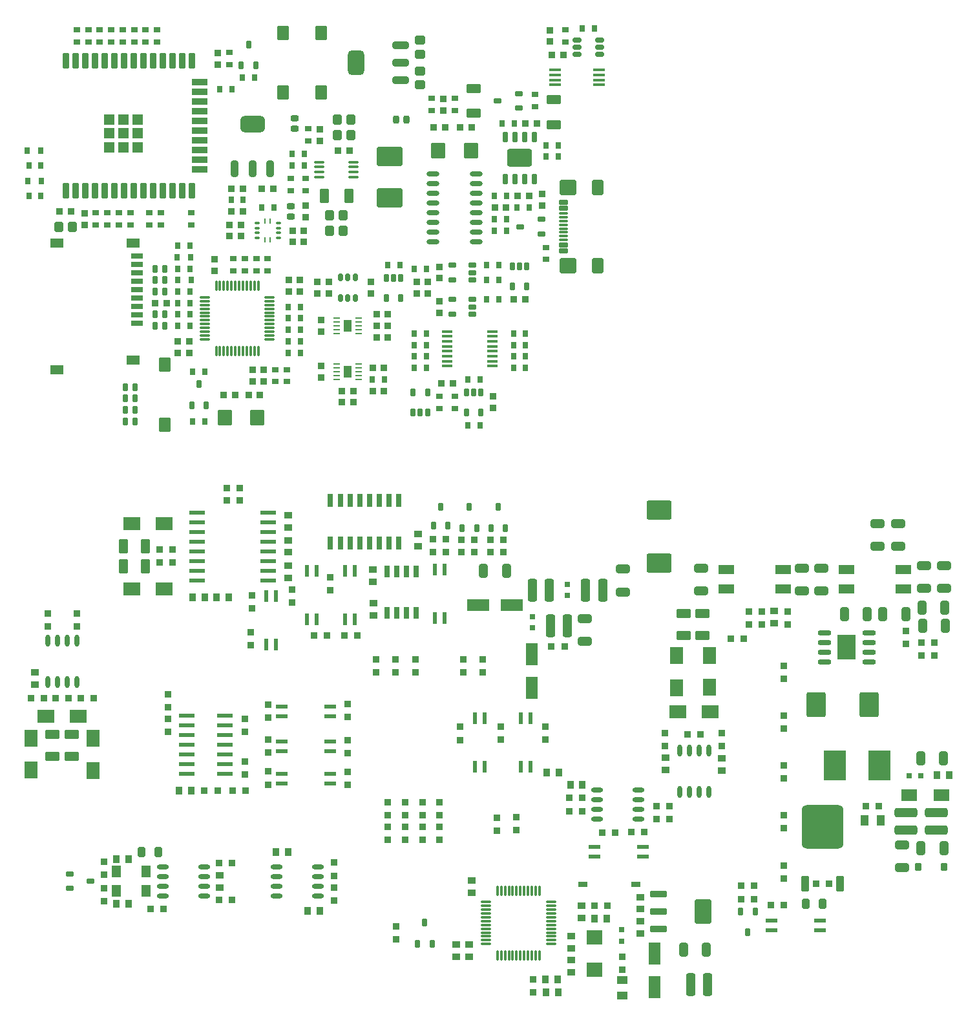
<source format=gtp>
G04*
G04 #@! TF.GenerationSoftware,Altium Limited,Altium Designer,24.0.1 (36)*
G04*
G04 Layer_Color=8421504*
%FSTAX24Y24*%
%MOIN*%
G70*
G04*
G04 #@! TF.SameCoordinates,F3E9A89A-E33D-43AE-B610-609CB64B5824*
G04*
G04*
G04 #@! TF.FilePolarity,Positive*
G04*
G01*
G75*
%ADD10R,0.0591X0.0236*%
%ADD11R,0.0787X0.0472*%
%ADD12R,0.0300X0.0300*%
G04:AMPARAMS|DCode=13|XSize=49.2mil|YSize=118.1mil|CornerRadius=12.3mil|HoleSize=0mil|Usage=FLASHONLY|Rotation=0.000|XOffset=0mil|YOffset=0mil|HoleType=Round|Shape=RoundedRectangle|*
%AMROUNDEDRECTD13*
21,1,0.0492,0.0935,0,0,0.0*
21,1,0.0246,0.1181,0,0,0.0*
1,1,0.0246,0.0123,-0.0468*
1,1,0.0246,-0.0123,-0.0468*
1,1,0.0246,-0.0123,0.0468*
1,1,0.0246,0.0123,0.0468*
%
%ADD13ROUNDEDRECTD13*%
G04:AMPARAMS|DCode=14|XSize=45.3mil|YSize=70.9mil|CornerRadius=11.3mil|HoleSize=0mil|Usage=FLASHONLY|Rotation=90.000|XOffset=0mil|YOffset=0mil|HoleType=Round|Shape=RoundedRectangle|*
%AMROUNDEDRECTD14*
21,1,0.0453,0.0482,0,0,90.0*
21,1,0.0226,0.0709,0,0,90.0*
1,1,0.0226,0.0241,0.0113*
1,1,0.0226,0.0241,-0.0113*
1,1,0.0226,-0.0241,-0.0113*
1,1,0.0226,-0.0241,0.0113*
%
%ADD14ROUNDEDRECTD14*%
%ADD15R,0.1181X0.0630*%
G04:AMPARAMS|DCode=16|XSize=39.4mil|YSize=35.4mil|CornerRadius=3.5mil|HoleSize=0mil|Usage=FLASHONLY|Rotation=90.000|XOffset=0mil|YOffset=0mil|HoleType=Round|Shape=RoundedRectangle|*
%AMROUNDEDRECTD16*
21,1,0.0394,0.0283,0,0,90.0*
21,1,0.0323,0.0354,0,0,90.0*
1,1,0.0071,0.0142,0.0161*
1,1,0.0071,0.0142,-0.0161*
1,1,0.0071,-0.0142,-0.0161*
1,1,0.0071,-0.0142,0.0161*
%
%ADD16ROUNDEDRECTD16*%
%ADD17R,0.0315X0.0689*%
%ADD18R,0.0276X0.0689*%
G04:AMPARAMS|DCode=19|XSize=35.4mil|YSize=35.4mil|CornerRadius=3.5mil|HoleSize=0mil|Usage=FLASHONLY|Rotation=0.000|XOffset=0mil|YOffset=0mil|HoleType=Round|Shape=RoundedRectangle|*
%AMROUNDEDRECTD19*
21,1,0.0354,0.0283,0,0,0.0*
21,1,0.0283,0.0354,0,0,0.0*
1,1,0.0071,0.0142,-0.0142*
1,1,0.0071,-0.0142,-0.0142*
1,1,0.0071,-0.0142,0.0142*
1,1,0.0071,0.0142,0.0142*
%
%ADD19ROUNDEDRECTD19*%
G04:AMPARAMS|DCode=20|XSize=35.4mil|YSize=35.4mil|CornerRadius=3.5mil|HoleSize=0mil|Usage=FLASHONLY|Rotation=90.000|XOffset=0mil|YOffset=0mil|HoleType=Round|Shape=RoundedRectangle|*
%AMROUNDEDRECTD20*
21,1,0.0354,0.0283,0,0,90.0*
21,1,0.0283,0.0354,0,0,90.0*
1,1,0.0071,0.0142,0.0142*
1,1,0.0071,0.0142,-0.0142*
1,1,0.0071,-0.0142,-0.0142*
1,1,0.0071,-0.0142,0.0142*
%
%ADD20ROUNDEDRECTD20*%
%ADD21O,0.0630X0.0236*%
G04:AMPARAMS|DCode=22|XSize=39.4mil|YSize=35.4mil|CornerRadius=3.5mil|HoleSize=0mil|Usage=FLASHONLY|Rotation=0.000|XOffset=0mil|YOffset=0mil|HoleType=Round|Shape=RoundedRectangle|*
%AMROUNDEDRECTD22*
21,1,0.0394,0.0283,0,0,0.0*
21,1,0.0323,0.0354,0,0,0.0*
1,1,0.0071,0.0161,-0.0142*
1,1,0.0071,-0.0161,-0.0142*
1,1,0.0071,-0.0161,0.0142*
1,1,0.0071,0.0161,0.0142*
%
%ADD22ROUNDEDRECTD22*%
G04:AMPARAMS|DCode=23|XSize=40mil|YSize=52mil|CornerRadius=10mil|HoleSize=0mil|Usage=FLASHONLY|Rotation=180.000|XOffset=0mil|YOffset=0mil|HoleType=Round|Shape=RoundedRectangle|*
%AMROUNDEDRECTD23*
21,1,0.0400,0.0320,0,0,180.0*
21,1,0.0200,0.0520,0,0,180.0*
1,1,0.0200,-0.0100,0.0160*
1,1,0.0200,0.0100,0.0160*
1,1,0.0200,0.0100,-0.0160*
1,1,0.0200,-0.0100,-0.0160*
%
%ADD23ROUNDEDRECTD23*%
%ADD24R,0.0472X0.0591*%
G04:AMPARAMS|DCode=25|XSize=23.6mil|YSize=39.4mil|CornerRadius=2.4mil|HoleSize=0mil|Usage=FLASHONLY|Rotation=90.000|XOffset=0mil|YOffset=0mil|HoleType=Round|Shape=RoundedRectangle|*
%AMROUNDEDRECTD25*
21,1,0.0236,0.0346,0,0,90.0*
21,1,0.0189,0.0394,0,0,90.0*
1,1,0.0047,0.0173,0.0094*
1,1,0.0047,0.0173,-0.0094*
1,1,0.0047,-0.0173,-0.0094*
1,1,0.0047,-0.0173,0.0094*
%
%ADD25ROUNDEDRECTD25*%
G04:AMPARAMS|DCode=26|XSize=35.4mil|YSize=84.6mil|CornerRadius=3.5mil|HoleSize=0mil|Usage=FLASHONLY|Rotation=90.000|XOffset=0mil|YOffset=0mil|HoleType=Round|Shape=RoundedRectangle|*
%AMROUNDEDRECTD26*
21,1,0.0354,0.0776,0,0,90.0*
21,1,0.0283,0.0846,0,0,90.0*
1,1,0.0071,0.0388,0.0142*
1,1,0.0071,0.0388,-0.0142*
1,1,0.0071,-0.0388,-0.0142*
1,1,0.0071,-0.0388,0.0142*
%
%ADD26ROUNDEDRECTD26*%
G04:AMPARAMS|DCode=27|XSize=126mil|YSize=84.6mil|CornerRadius=8.5mil|HoleSize=0mil|Usage=FLASHONLY|Rotation=90.000|XOffset=0mil|YOffset=0mil|HoleType=Round|Shape=RoundedRectangle|*
%AMROUNDEDRECTD27*
21,1,0.1260,0.0677,0,0,90.0*
21,1,0.1091,0.0846,0,0,90.0*
1,1,0.0169,0.0339,0.0545*
1,1,0.0169,0.0339,-0.0545*
1,1,0.0169,-0.0339,-0.0545*
1,1,0.0169,-0.0339,0.0545*
%
%ADD27ROUNDEDRECTD27*%
%ADD28R,0.0472X0.0315*%
G04:AMPARAMS|DCode=29|XSize=23.6mil|YSize=39.4mil|CornerRadius=2.4mil|HoleSize=0mil|Usage=FLASHONLY|Rotation=180.000|XOffset=0mil|YOffset=0mil|HoleType=Round|Shape=RoundedRectangle|*
%AMROUNDEDRECTD29*
21,1,0.0236,0.0346,0,0,180.0*
21,1,0.0189,0.0394,0,0,180.0*
1,1,0.0047,-0.0094,0.0173*
1,1,0.0047,0.0094,0.0173*
1,1,0.0047,0.0094,-0.0173*
1,1,0.0047,-0.0094,-0.0173*
%
%ADD29ROUNDEDRECTD29*%
G04:AMPARAMS|DCode=30|XSize=27.6mil|YSize=37.4mil|CornerRadius=2.8mil|HoleSize=0mil|Usage=FLASHONLY|Rotation=180.000|XOffset=0mil|YOffset=0mil|HoleType=Round|Shape=RoundedRectangle|*
%AMROUNDEDRECTD30*
21,1,0.0276,0.0319,0,0,180.0*
21,1,0.0220,0.0374,0,0,180.0*
1,1,0.0055,-0.0110,0.0159*
1,1,0.0055,0.0110,0.0159*
1,1,0.0055,0.0110,-0.0159*
1,1,0.0055,-0.0110,-0.0159*
%
%ADD30ROUNDEDRECTD30*%
%ADD31R,0.0236X0.0591*%
%ADD32R,0.0256X0.0600*%
G04:AMPARAMS|DCode=33|XSize=45.3mil|YSize=70.9mil|CornerRadius=4.5mil|HoleSize=0mil|Usage=FLASHONLY|Rotation=90.000|XOffset=0mil|YOffset=0mil|HoleType=Round|Shape=RoundedRectangle|*
%AMROUNDEDRECTD33*
21,1,0.0453,0.0618,0,0,90.0*
21,1,0.0362,0.0709,0,0,90.0*
1,1,0.0091,0.0309,0.0181*
1,1,0.0091,0.0309,-0.0181*
1,1,0.0091,-0.0309,-0.0181*
1,1,0.0091,-0.0309,0.0181*
%
%ADD33ROUNDEDRECTD33*%
%ADD34R,0.0709X0.0866*%
%ADD35R,0.0866X0.0709*%
%ADD36O,0.0236X0.0630*%
%ADD37O,0.0700X0.0260*%
%ADD38R,0.0945X0.1260*%
G04:AMPARAMS|DCode=39|XSize=45.3mil|YSize=70.9mil|CornerRadius=11.3mil|HoleSize=0mil|Usage=FLASHONLY|Rotation=180.000|XOffset=0mil|YOffset=0mil|HoleType=Round|Shape=RoundedRectangle|*
%AMROUNDEDRECTD39*
21,1,0.0453,0.0482,0,0,180.0*
21,1,0.0226,0.0709,0,0,180.0*
1,1,0.0226,-0.0113,0.0241*
1,1,0.0226,0.0113,0.0241*
1,1,0.0226,0.0113,-0.0241*
1,1,0.0226,-0.0113,-0.0241*
%
%ADD39ROUNDEDRECTD39*%
%ADD40R,0.0300X0.0300*%
%ADD41R,0.0835X0.0591*%
G04:AMPARAMS|DCode=42|XSize=49.2mil|YSize=118.1mil|CornerRadius=12.3mil|HoleSize=0mil|Usage=FLASHONLY|Rotation=270.000|XOffset=0mil|YOffset=0mil|HoleType=Round|Shape=RoundedRectangle|*
%AMROUNDEDRECTD42*
21,1,0.0492,0.0935,0,0,270.0*
21,1,0.0246,0.1181,0,0,270.0*
1,1,0.0246,-0.0468,-0.0123*
1,1,0.0246,-0.0468,0.0123*
1,1,0.0246,0.0468,0.0123*
1,1,0.0246,0.0468,-0.0123*
%
%ADD42ROUNDEDRECTD42*%
G04:AMPARAMS|DCode=43|XSize=35.4mil|YSize=39.4mil|CornerRadius=4.4mil|HoleSize=0mil|Usage=FLASHONLY|Rotation=180.000|XOffset=0mil|YOffset=0mil|HoleType=Round|Shape=RoundedRectangle|*
%AMROUNDEDRECTD43*
21,1,0.0354,0.0305,0,0,180.0*
21,1,0.0266,0.0394,0,0,180.0*
1,1,0.0089,-0.0133,0.0153*
1,1,0.0089,0.0133,0.0153*
1,1,0.0089,0.0133,-0.0153*
1,1,0.0089,-0.0133,-0.0153*
%
%ADD43ROUNDEDRECTD43*%
%ADD44R,0.0394X0.0550*%
G04:AMPARAMS|DCode=45|XSize=39.4mil|YSize=78.7mil|CornerRadius=4.9mil|HoleSize=0mil|Usage=FLASHONLY|Rotation=0.000|XOffset=0mil|YOffset=0mil|HoleType=Round|Shape=RoundedRectangle|*
%AMROUNDEDRECTD45*
21,1,0.0394,0.0689,0,0,0.0*
21,1,0.0295,0.0787,0,0,0.0*
1,1,0.0098,0.0148,-0.0344*
1,1,0.0098,-0.0148,-0.0344*
1,1,0.0098,-0.0148,0.0344*
1,1,0.0098,0.0148,0.0344*
%
%ADD45ROUNDEDRECTD45*%
G04:AMPARAMS|DCode=46|XSize=216.5mil|YSize=224.4mil|CornerRadius=27.1mil|HoleSize=0mil|Usage=FLASHONLY|Rotation=0.000|XOffset=0mil|YOffset=0mil|HoleType=Round|Shape=RoundedRectangle|*
%AMROUNDEDRECTD46*
21,1,0.2165,0.1703,0,0,0.0*
21,1,0.1624,0.2244,0,0,0.0*
1,1,0.0541,0.0812,-0.0851*
1,1,0.0541,-0.0812,-0.0851*
1,1,0.0541,-0.0812,0.0851*
1,1,0.0541,0.0812,0.0851*
%
%ADD46ROUNDEDRECTD46*%
%ADD47R,0.0630X0.1181*%
%ADD48R,0.0550X0.0394*%
%ADD49R,0.0830X0.0740*%
%ADD50O,0.0118X0.0551*%
%ADD51O,0.0551X0.0118*%
G04:AMPARAMS|DCode=52|XSize=77.6mil|YSize=23.2mil|CornerRadius=2.9mil|HoleSize=0mil|Usage=FLASHONLY|Rotation=180.000|XOffset=0mil|YOffset=0mil|HoleType=Round|Shape=RoundedRectangle|*
%AMROUNDEDRECTD52*
21,1,0.0776,0.0174,0,0,180.0*
21,1,0.0718,0.0232,0,0,180.0*
1,1,0.0058,-0.0359,0.0087*
1,1,0.0058,0.0359,0.0087*
1,1,0.0058,0.0359,-0.0087*
1,1,0.0058,-0.0359,-0.0087*
%
%ADD52ROUNDEDRECTD52*%
G04:AMPARAMS|DCode=53|XSize=45.3mil|YSize=70.9mil|CornerRadius=4.5mil|HoleSize=0mil|Usage=FLASHONLY|Rotation=180.000|XOffset=0mil|YOffset=0mil|HoleType=Round|Shape=RoundedRectangle|*
%AMROUNDEDRECTD53*
21,1,0.0453,0.0618,0,0,180.0*
21,1,0.0362,0.0709,0,0,180.0*
1,1,0.0091,-0.0181,0.0309*
1,1,0.0091,0.0181,0.0309*
1,1,0.0091,0.0181,-0.0309*
1,1,0.0091,-0.0181,-0.0309*
%
%ADD53ROUNDEDRECTD53*%
G04:AMPARAMS|DCode=54|XSize=98.4mil|YSize=129.9mil|CornerRadius=9.8mil|HoleSize=0mil|Usage=FLASHONLY|Rotation=180.000|XOffset=0mil|YOffset=0mil|HoleType=Round|Shape=RoundedRectangle|*
%AMROUNDEDRECTD54*
21,1,0.0984,0.1102,0,0,180.0*
21,1,0.0787,0.1299,0,0,180.0*
1,1,0.0197,-0.0394,0.0551*
1,1,0.0197,0.0394,0.0551*
1,1,0.0197,0.0394,-0.0551*
1,1,0.0197,-0.0394,-0.0551*
%
%ADD54ROUNDEDRECTD54*%
%ADD55R,0.1181X0.1575*%
G04:AMPARAMS|DCode=56|XSize=80.7mil|YSize=23.2mil|CornerRadius=2.9mil|HoleSize=0mil|Usage=FLASHONLY|Rotation=180.000|XOffset=0mil|YOffset=0mil|HoleType=Round|Shape=RoundedRectangle|*
%AMROUNDEDRECTD56*
21,1,0.0807,0.0174,0,0,180.0*
21,1,0.0749,0.0232,0,0,180.0*
1,1,0.0058,-0.0375,0.0087*
1,1,0.0058,0.0375,0.0087*
1,1,0.0058,0.0375,-0.0087*
1,1,0.0058,-0.0375,-0.0087*
%
%ADD56ROUNDEDRECTD56*%
G04:AMPARAMS|DCode=57|XSize=98.4mil|YSize=129.9mil|CornerRadius=9.8mil|HoleSize=0mil|Usage=FLASHONLY|Rotation=270.000|XOffset=0mil|YOffset=0mil|HoleType=Round|Shape=RoundedRectangle|*
%AMROUNDEDRECTD57*
21,1,0.0984,0.1102,0,0,270.0*
21,1,0.0787,0.1299,0,0,270.0*
1,1,0.0197,-0.0551,-0.0394*
1,1,0.0197,-0.0551,0.0394*
1,1,0.0197,0.0551,0.0394*
1,1,0.0197,0.0551,-0.0394*
%
%ADD57ROUNDEDRECTD57*%
%ADD65R,0.0339X0.0106*%
G04:AMPARAMS|DCode=66|XSize=26mil|YSize=37mil|CornerRadius=2.6mil|HoleSize=0mil|Usage=FLASHONLY|Rotation=0.000|XOffset=0mil|YOffset=0mil|HoleType=Round|Shape=RoundedRectangle|*
%AMROUNDEDRECTD66*
21,1,0.0260,0.0318,0,0,0.0*
21,1,0.0208,0.0370,0,0,0.0*
1,1,0.0052,0.0104,-0.0159*
1,1,0.0052,-0.0104,-0.0159*
1,1,0.0052,-0.0104,0.0159*
1,1,0.0052,0.0104,0.0159*
%
%ADD66ROUNDEDRECTD66*%
G04:AMPARAMS|DCode=67|XSize=23.6mil|YSize=35.4mil|CornerRadius=2.4mil|HoleSize=0mil|Usage=FLASHONLY|Rotation=0.000|XOffset=0mil|YOffset=0mil|HoleType=Round|Shape=RoundedRectangle|*
%AMROUNDEDRECTD67*
21,1,0.0236,0.0307,0,0,0.0*
21,1,0.0189,0.0354,0,0,0.0*
1,1,0.0047,0.0094,-0.0154*
1,1,0.0047,-0.0094,-0.0154*
1,1,0.0047,-0.0094,0.0154*
1,1,0.0047,0.0094,0.0154*
%
%ADD67ROUNDEDRECTD67*%
G04:AMPARAMS|DCode=68|XSize=27.6mil|YSize=35.4mil|CornerRadius=2.8mil|HoleSize=0mil|Usage=FLASHONLY|Rotation=180.000|XOffset=0mil|YOffset=0mil|HoleType=Round|Shape=RoundedRectangle|*
%AMROUNDEDRECTD68*
21,1,0.0276,0.0299,0,0,180.0*
21,1,0.0220,0.0354,0,0,180.0*
1,1,0.0055,-0.0110,0.0150*
1,1,0.0055,0.0110,0.0150*
1,1,0.0055,0.0110,-0.0150*
1,1,0.0055,-0.0110,-0.0150*
%
%ADD68ROUNDEDRECTD68*%
G04:AMPARAMS|DCode=69|XSize=27.6mil|YSize=35.4mil|CornerRadius=2.8mil|HoleSize=0mil|Usage=FLASHONLY|Rotation=270.000|XOffset=0mil|YOffset=0mil|HoleType=Round|Shape=RoundedRectangle|*
%AMROUNDEDRECTD69*
21,1,0.0276,0.0299,0,0,270.0*
21,1,0.0220,0.0354,0,0,270.0*
1,1,0.0055,-0.0150,-0.0110*
1,1,0.0055,-0.0150,0.0110*
1,1,0.0055,0.0150,0.0110*
1,1,0.0055,0.0150,-0.0110*
%
%ADD69ROUNDEDRECTD69*%
%ADD70O,0.0669X0.0236*%
G04:AMPARAMS|DCode=71|XSize=74.8mil|YSize=78.7mil|CornerRadius=7.5mil|HoleSize=0mil|Usage=FLASHONLY|Rotation=0.000|XOffset=0mil|YOffset=0mil|HoleType=Round|Shape=RoundedRectangle|*
%AMROUNDEDRECTD71*
21,1,0.0748,0.0638,0,0,0.0*
21,1,0.0598,0.0787,0,0,0.0*
1,1,0.0150,0.0299,-0.0319*
1,1,0.0150,-0.0299,-0.0319*
1,1,0.0150,-0.0299,0.0319*
1,1,0.0150,0.0299,0.0319*
%
%ADD71ROUNDEDRECTD71*%
G04:AMPARAMS|DCode=72|XSize=23.6mil|YSize=43.3mil|CornerRadius=5.9mil|HoleSize=0mil|Usage=FLASHONLY|Rotation=270.000|XOffset=0mil|YOffset=0mil|HoleType=Round|Shape=RoundedRectangle|*
%AMROUNDEDRECTD72*
21,1,0.0236,0.0315,0,0,270.0*
21,1,0.0118,0.0433,0,0,270.0*
1,1,0.0118,-0.0157,-0.0059*
1,1,0.0118,-0.0157,0.0059*
1,1,0.0118,0.0157,0.0059*
1,1,0.0118,0.0157,-0.0059*
%
%ADD72ROUNDEDRECTD72*%
G04:AMPARAMS|DCode=73|XSize=35.4mil|YSize=35.4mil|CornerRadius=8.9mil|HoleSize=0mil|Usage=FLASHONLY|Rotation=180.000|XOffset=0mil|YOffset=0mil|HoleType=Round|Shape=RoundedRectangle|*
%AMROUNDEDRECTD73*
21,1,0.0354,0.0177,0,0,180.0*
21,1,0.0177,0.0354,0,0,180.0*
1,1,0.0177,-0.0089,0.0089*
1,1,0.0177,0.0089,0.0089*
1,1,0.0177,0.0089,-0.0089*
1,1,0.0177,-0.0089,-0.0089*
%
%ADD73ROUNDEDRECTD73*%
G04:AMPARAMS|DCode=74|XSize=45.3mil|YSize=55.1mil|CornerRadius=11.3mil|HoleSize=0mil|Usage=FLASHONLY|Rotation=90.000|XOffset=0mil|YOffset=0mil|HoleType=Round|Shape=RoundedRectangle|*
%AMROUNDEDRECTD74*
21,1,0.0453,0.0325,0,0,90.0*
21,1,0.0226,0.0551,0,0,90.0*
1,1,0.0226,0.0162,0.0113*
1,1,0.0226,0.0162,-0.0113*
1,1,0.0226,-0.0162,-0.0113*
1,1,0.0226,-0.0162,0.0113*
%
%ADD74ROUNDEDRECTD74*%
G04:AMPARAMS|DCode=75|XSize=45.3mil|YSize=55.1mil|CornerRadius=11.3mil|HoleSize=0mil|Usage=FLASHONLY|Rotation=0.000|XOffset=0mil|YOffset=0mil|HoleType=Round|Shape=RoundedRectangle|*
%AMROUNDEDRECTD75*
21,1,0.0453,0.0325,0,0,0.0*
21,1,0.0226,0.0551,0,0,0.0*
1,1,0.0226,0.0113,-0.0162*
1,1,0.0226,-0.0113,-0.0162*
1,1,0.0226,-0.0113,0.0162*
1,1,0.0226,0.0113,0.0162*
%
%ADD75ROUNDEDRECTD75*%
G04:AMPARAMS|DCode=76|XSize=133.9mil|YSize=98.4mil|CornerRadius=9.8mil|HoleSize=0mil|Usage=FLASHONLY|Rotation=0.000|XOffset=0mil|YOffset=0mil|HoleType=Round|Shape=RoundedRectangle|*
%AMROUNDEDRECTD76*
21,1,0.1339,0.0787,0,0,0.0*
21,1,0.1142,0.0984,0,0,0.0*
1,1,0.0197,0.0571,-0.0394*
1,1,0.0197,-0.0571,-0.0394*
1,1,0.0197,-0.0571,0.0394*
1,1,0.0197,0.0571,0.0394*
%
%ADD76ROUNDEDRECTD76*%
%ADD77R,0.0650X0.0500*%
%ADD78R,0.0591X0.0270*%
%ADD79R,0.0700X0.0500*%
G04:AMPARAMS|DCode=80|XSize=35.4mil|YSize=35.4mil|CornerRadius=8.9mil|HoleSize=0mil|Usage=FLASHONLY|Rotation=270.000|XOffset=0mil|YOffset=0mil|HoleType=Round|Shape=RoundedRectangle|*
%AMROUNDEDRECTD80*
21,1,0.0354,0.0177,0,0,270.0*
21,1,0.0177,0.0354,0,0,270.0*
1,1,0.0177,-0.0089,-0.0089*
1,1,0.0177,-0.0089,0.0089*
1,1,0.0177,0.0089,0.0089*
1,1,0.0177,0.0089,-0.0089*
%
%ADD80ROUNDEDRECTD80*%
G04:AMPARAMS|DCode=81|XSize=23.6mil|YSize=43.3mil|CornerRadius=5.9mil|HoleSize=0mil|Usage=FLASHONLY|Rotation=180.000|XOffset=0mil|YOffset=0mil|HoleType=Round|Shape=RoundedRectangle|*
%AMROUNDEDRECTD81*
21,1,0.0236,0.0315,0,0,180.0*
21,1,0.0118,0.0433,0,0,180.0*
1,1,0.0118,-0.0059,0.0157*
1,1,0.0118,0.0059,0.0157*
1,1,0.0118,0.0059,-0.0157*
1,1,0.0118,-0.0059,-0.0157*
%
%ADD81ROUNDEDRECTD81*%
G04:AMPARAMS|DCode=82|XSize=23.6mil|YSize=39.4mil|CornerRadius=5.9mil|HoleSize=0mil|Usage=FLASHONLY|Rotation=0.000|XOffset=0mil|YOffset=0mil|HoleType=Round|Shape=RoundedRectangle|*
%AMROUNDEDRECTD82*
21,1,0.0236,0.0276,0,0,0.0*
21,1,0.0118,0.0394,0,0,0.0*
1,1,0.0118,0.0059,-0.0138*
1,1,0.0118,-0.0059,-0.0138*
1,1,0.0118,-0.0059,0.0138*
1,1,0.0118,0.0059,0.0138*
%
%ADD82ROUNDEDRECTD82*%
%ADD83O,0.0551X0.0157*%
G04:AMPARAMS|DCode=84|XSize=23.6mil|YSize=11.8mil|CornerRadius=1.2mil|HoleSize=0mil|Usage=FLASHONLY|Rotation=0.000|XOffset=0mil|YOffset=0mil|HoleType=Round|Shape=RoundedRectangle|*
%AMROUNDEDRECTD84*
21,1,0.0236,0.0094,0,0,0.0*
21,1,0.0213,0.0118,0,0,0.0*
1,1,0.0024,0.0106,-0.0047*
1,1,0.0024,-0.0106,-0.0047*
1,1,0.0024,-0.0106,0.0047*
1,1,0.0024,0.0106,0.0047*
%
%ADD84ROUNDEDRECTD84*%
G04:AMPARAMS|DCode=85|XSize=9.1mil|YSize=28.5mil|CornerRadius=0.9mil|HoleSize=0mil|Usage=FLASHONLY|Rotation=0.000|XOffset=0mil|YOffset=0mil|HoleType=Round|Shape=RoundedRectangle|*
%AMROUNDEDRECTD85*
21,1,0.0091,0.0267,0,0,0.0*
21,1,0.0072,0.0285,0,0,0.0*
1,1,0.0018,0.0036,-0.0134*
1,1,0.0018,-0.0036,-0.0134*
1,1,0.0018,-0.0036,0.0134*
1,1,0.0018,0.0036,0.0134*
%
%ADD85ROUNDEDRECTD85*%
%ADD87O,0.0531X0.0157*%
G04:AMPARAMS|DCode=88|XSize=31.5mil|YSize=41.3mil|CornerRadius=7.9mil|HoleSize=0mil|Usage=FLASHONLY|Rotation=180.000|XOffset=0mil|YOffset=0mil|HoleType=Round|Shape=RoundedRectangle|*
%AMROUNDEDRECTD88*
21,1,0.0315,0.0256,0,0,180.0*
21,1,0.0157,0.0413,0,0,180.0*
1,1,0.0157,-0.0079,0.0128*
1,1,0.0157,0.0079,0.0128*
1,1,0.0157,0.0079,-0.0128*
1,1,0.0157,-0.0079,-0.0128*
%
%ADD88ROUNDEDRECTD88*%
G04:AMPARAMS|DCode=89|XSize=31.5mil|YSize=41.3mil|CornerRadius=7.9mil|HoleSize=0mil|Usage=FLASHONLY|Rotation=270.000|XOffset=0mil|YOffset=0mil|HoleType=Round|Shape=RoundedRectangle|*
%AMROUNDEDRECTD89*
21,1,0.0315,0.0256,0,0,270.0*
21,1,0.0157,0.0413,0,0,270.0*
1,1,0.0157,-0.0128,-0.0079*
1,1,0.0157,-0.0128,0.0079*
1,1,0.0157,0.0128,0.0079*
1,1,0.0157,0.0128,-0.0079*
%
%ADD89ROUNDEDRECTD89*%
G04:AMPARAMS|DCode=90|XSize=47.2mil|YSize=70.9mil|CornerRadius=4.7mil|HoleSize=0mil|Usage=FLASHONLY|Rotation=0.000|XOffset=0mil|YOffset=0mil|HoleType=Round|Shape=RoundedRectangle|*
%AMROUNDEDRECTD90*
21,1,0.0472,0.0614,0,0,0.0*
21,1,0.0378,0.0709,0,0,0.0*
1,1,0.0094,0.0189,-0.0307*
1,1,0.0094,-0.0189,-0.0307*
1,1,0.0094,-0.0189,0.0307*
1,1,0.0094,0.0189,0.0307*
%
%ADD90ROUNDEDRECTD90*%
G04:AMPARAMS|DCode=91|XSize=47.2mil|YSize=70.9mil|CornerRadius=4.7mil|HoleSize=0mil|Usage=FLASHONLY|Rotation=270.000|XOffset=0mil|YOffset=0mil|HoleType=Round|Shape=RoundedRectangle|*
%AMROUNDEDRECTD91*
21,1,0.0472,0.0614,0,0,270.0*
21,1,0.0378,0.0709,0,0,270.0*
1,1,0.0094,-0.0307,-0.0189*
1,1,0.0094,-0.0307,0.0189*
1,1,0.0094,0.0307,0.0189*
1,1,0.0094,0.0307,-0.0189*
%
%ADD91ROUNDEDRECTD91*%
G04:AMPARAMS|DCode=92|XSize=78.7mil|YSize=35.4mil|CornerRadius=5.3mil|HoleSize=0mil|Usage=FLASHONLY|Rotation=90.000|XOffset=0mil|YOffset=0mil|HoleType=Round|Shape=RoundedRectangle|*
%AMROUNDEDRECTD92*
21,1,0.0787,0.0248,0,0,90.0*
21,1,0.0681,0.0354,0,0,90.0*
1,1,0.0106,0.0124,0.0341*
1,1,0.0106,0.0124,-0.0341*
1,1,0.0106,-0.0124,-0.0341*
1,1,0.0106,-0.0124,0.0341*
%
%ADD92ROUNDEDRECTD92*%
G04:AMPARAMS|DCode=93|XSize=35.4mil|YSize=78.7mil|CornerRadius=3.5mil|HoleSize=0mil|Usage=FLASHONLY|Rotation=90.000|XOffset=0mil|YOffset=0mil|HoleType=Round|Shape=RoundedRectangle|*
%AMROUNDEDRECTD93*
21,1,0.0354,0.0717,0,0,90.0*
21,1,0.0283,0.0787,0,0,90.0*
1,1,0.0071,0.0358,0.0142*
1,1,0.0071,0.0358,-0.0142*
1,1,0.0071,-0.0358,-0.0142*
1,1,0.0071,-0.0358,0.0142*
%
%ADD93ROUNDEDRECTD93*%
%ADD94R,0.0524X0.0524*%
G04:AMPARAMS|DCode=95|XSize=61.4mil|YSize=15.7mil|CornerRadius=2mil|HoleSize=0mil|Usage=FLASHONLY|Rotation=0.000|XOffset=0mil|YOffset=0mil|HoleType=Round|Shape=RoundedRectangle|*
%AMROUNDEDRECTD95*
21,1,0.0614,0.0118,0,0,0.0*
21,1,0.0575,0.0157,0,0,0.0*
1,1,0.0039,0.0287,-0.0059*
1,1,0.0039,-0.0287,-0.0059*
1,1,0.0039,-0.0287,0.0059*
1,1,0.0039,0.0287,0.0059*
%
%ADD95ROUNDEDRECTD95*%
G04:AMPARAMS|DCode=96|XSize=70.9mil|YSize=59.1mil|CornerRadius=3mil|HoleSize=0mil|Usage=FLASHONLY|Rotation=90.000|XOffset=0mil|YOffset=0mil|HoleType=Round|Shape=RoundedRectangle|*
%AMROUNDEDRECTD96*
21,1,0.0709,0.0531,0,0,90.0*
21,1,0.0650,0.0591,0,0,90.0*
1,1,0.0059,0.0266,0.0325*
1,1,0.0059,0.0266,-0.0325*
1,1,0.0059,-0.0266,-0.0325*
1,1,0.0059,-0.0266,0.0325*
%
%ADD96ROUNDEDRECTD96*%
G04:AMPARAMS|DCode=97|XSize=45.3mil|YSize=23.6mil|CornerRadius=2.4mil|HoleSize=0mil|Usage=FLASHONLY|Rotation=180.000|XOffset=0mil|YOffset=0mil|HoleType=Round|Shape=RoundedRectangle|*
%AMROUNDEDRECTD97*
21,1,0.0453,0.0189,0,0,180.0*
21,1,0.0406,0.0236,0,0,180.0*
1,1,0.0047,-0.0203,0.0094*
1,1,0.0047,0.0203,0.0094*
1,1,0.0047,0.0203,-0.0094*
1,1,0.0047,-0.0203,-0.0094*
%
%ADD97ROUNDEDRECTD97*%
G04:AMPARAMS|DCode=98|XSize=45.3mil|YSize=11.8mil|CornerRadius=1.2mil|HoleSize=0mil|Usage=FLASHONLY|Rotation=180.000|XOffset=0mil|YOffset=0mil|HoleType=Round|Shape=RoundedRectangle|*
%AMROUNDEDRECTD98*
21,1,0.0453,0.0094,0,0,180.0*
21,1,0.0429,0.0118,0,0,180.0*
1,1,0.0024,-0.0215,0.0047*
1,1,0.0024,0.0215,0.0047*
1,1,0.0024,0.0215,-0.0047*
1,1,0.0024,-0.0215,-0.0047*
%
%ADD98ROUNDEDRECTD98*%
G04:AMPARAMS|DCode=99|XSize=59.1mil|YSize=78.7mil|CornerRadius=5.9mil|HoleSize=0mil|Usage=FLASHONLY|Rotation=180.000|XOffset=0mil|YOffset=0mil|HoleType=Round|Shape=RoundedRectangle|*
%AMROUNDEDRECTD99*
21,1,0.0591,0.0669,0,0,180.0*
21,1,0.0472,0.0787,0,0,180.0*
1,1,0.0118,-0.0236,0.0335*
1,1,0.0118,0.0236,0.0335*
1,1,0.0118,0.0236,-0.0335*
1,1,0.0118,-0.0236,-0.0335*
%
%ADD99ROUNDEDRECTD99*%
G04:AMPARAMS|DCode=100|XSize=85.8mil|YSize=78.7mil|CornerRadius=7.9mil|HoleSize=0mil|Usage=FLASHONLY|Rotation=180.000|XOffset=0mil|YOffset=0mil|HoleType=Round|Shape=RoundedRectangle|*
%AMROUNDEDRECTD100*
21,1,0.0858,0.0630,0,0,180.0*
21,1,0.0701,0.0787,0,0,180.0*
1,1,0.0157,-0.0350,0.0315*
1,1,0.0157,0.0350,0.0315*
1,1,0.0157,0.0350,-0.0315*
1,1,0.0157,-0.0350,-0.0315*
%
%ADD100ROUNDEDRECTD100*%
G04:AMPARAMS|DCode=101|XSize=37.4mil|YSize=84.6mil|CornerRadius=9.4mil|HoleSize=0mil|Usage=FLASHONLY|Rotation=270.000|XOffset=0mil|YOffset=0mil|HoleType=Round|Shape=RoundedRectangle|*
%AMROUNDEDRECTD101*
21,1,0.0374,0.0659,0,0,270.0*
21,1,0.0187,0.0846,0,0,270.0*
1,1,0.0187,-0.0330,-0.0094*
1,1,0.0187,-0.0330,0.0094*
1,1,0.0187,0.0330,0.0094*
1,1,0.0187,0.0330,-0.0094*
%
%ADD101ROUNDEDRECTD101*%
G04:AMPARAMS|DCode=102|XSize=128mil|YSize=84.6mil|CornerRadius=21.2mil|HoleSize=0mil|Usage=FLASHONLY|Rotation=270.000|XOffset=0mil|YOffset=0mil|HoleType=Round|Shape=RoundedRectangle|*
%AMROUNDEDRECTD102*
21,1,0.1280,0.0423,0,0,270.0*
21,1,0.0856,0.0846,0,0,270.0*
1,1,0.0423,-0.0212,-0.0428*
1,1,0.0423,-0.0212,0.0428*
1,1,0.0423,0.0212,0.0428*
1,1,0.0423,0.0212,-0.0428*
%
%ADD102ROUNDEDRECTD102*%
G04:AMPARAMS|DCode=103|XSize=37.4mil|YSize=84.6mil|CornerRadius=9.4mil|HoleSize=0mil|Usage=FLASHONLY|Rotation=180.000|XOffset=0mil|YOffset=0mil|HoleType=Round|Shape=RoundedRectangle|*
%AMROUNDEDRECTD103*
21,1,0.0374,0.0659,0,0,180.0*
21,1,0.0187,0.0846,0,0,180.0*
1,1,0.0187,-0.0094,0.0330*
1,1,0.0187,0.0094,0.0330*
1,1,0.0187,0.0094,-0.0330*
1,1,0.0187,-0.0094,-0.0330*
%
%ADD103ROUNDEDRECTD103*%
G04:AMPARAMS|DCode=104|XSize=128mil|YSize=84.6mil|CornerRadius=21.2mil|HoleSize=0mil|Usage=FLASHONLY|Rotation=180.000|XOffset=0mil|YOffset=0mil|HoleType=Round|Shape=RoundedRectangle|*
%AMROUNDEDRECTD104*
21,1,0.1280,0.0423,0,0,180.0*
21,1,0.0856,0.0846,0,0,180.0*
1,1,0.0423,-0.0428,0.0212*
1,1,0.0423,0.0428,0.0212*
1,1,0.0423,0.0428,-0.0212*
1,1,0.0423,-0.0428,-0.0212*
%
%ADD104ROUNDEDRECTD104*%
G04:AMPARAMS|DCode=105|XSize=90.6mil|YSize=126mil|CornerRadius=9.1mil|HoleSize=0mil|Usage=FLASHONLY|Rotation=90.000|XOffset=0mil|YOffset=0mil|HoleType=Round|Shape=RoundedRectangle|*
%AMROUNDEDRECTD105*
21,1,0.0906,0.1079,0,0,90.0*
21,1,0.0724,0.1260,0,0,90.0*
1,1,0.0181,0.0539,0.0362*
1,1,0.0181,0.0539,-0.0362*
1,1,0.0181,-0.0539,-0.0362*
1,1,0.0181,-0.0539,0.0362*
%
%ADD105ROUNDEDRECTD105*%
G04:AMPARAMS|DCode=106|XSize=51.2mil|YSize=25.6mil|CornerRadius=2.6mil|HoleSize=0mil|Usage=FLASHONLY|Rotation=90.000|XOffset=0mil|YOffset=0mil|HoleType=Round|Shape=RoundedRectangle|*
%AMROUNDEDRECTD106*
21,1,0.0512,0.0205,0,0,90.0*
21,1,0.0461,0.0256,0,0,90.0*
1,1,0.0051,0.0102,0.0230*
1,1,0.0051,0.0102,-0.0230*
1,1,0.0051,-0.0102,-0.0230*
1,1,0.0051,-0.0102,0.0230*
%
%ADD106ROUNDEDRECTD106*%
G04:AMPARAMS|DCode=107|XSize=23.6mil|YSize=47.2mil|CornerRadius=5.9mil|HoleSize=0mil|Usage=FLASHONLY|Rotation=270.000|XOffset=0mil|YOffset=0mil|HoleType=Round|Shape=RoundedRectangle|*
%AMROUNDEDRECTD107*
21,1,0.0236,0.0354,0,0,270.0*
21,1,0.0118,0.0472,0,0,270.0*
1,1,0.0118,-0.0177,-0.0059*
1,1,0.0118,-0.0177,0.0059*
1,1,0.0118,0.0177,0.0059*
1,1,0.0118,0.0177,-0.0059*
%
%ADD107ROUNDEDRECTD107*%
G36*
X13326Y080139D02*
X133669D01*
Y079546D01*
X13326D01*
Y080139D01*
D02*
G37*
G36*
Y082501D02*
X133669D01*
Y081908D01*
X13326D01*
Y082501D01*
D02*
G37*
D10*
X132562Y058619D02*
D03*
Y059119D02*
D03*
X130062Y058619D02*
D03*
Y059119D02*
D03*
X155319Y051559D02*
D03*
Y051059D02*
D03*
X157819Y051559D02*
D03*
Y051059D02*
D03*
X132562Y062079D02*
D03*
Y062579D02*
D03*
X130062Y062079D02*
D03*
Y062579D02*
D03*
Y060779D02*
D03*
Y060279D02*
D03*
X132562Y060779D02*
D03*
Y060279D02*
D03*
X148702Y054849D02*
D03*
Y055349D02*
D03*
X146202Y054849D02*
D03*
Y055349D02*
D03*
D11*
X152975Y069629D02*
D03*
Y068629D02*
D03*
X155928D02*
D03*
X155928Y069629D02*
D03*
X159175Y069629D02*
D03*
Y068629D02*
D03*
X162128D02*
D03*
X162128Y069629D02*
D03*
D12*
X144785Y068297D02*
D03*
Y068887D02*
D03*
X147602Y051069D02*
D03*
Y050479D02*
D03*
X142982Y067219D02*
D03*
Y066629D02*
D03*
D13*
X143865Y068592D02*
D03*
X14298D02*
D03*
X146621D02*
D03*
X145735D02*
D03*
X152025Y048249D02*
D03*
X151139D02*
D03*
X144792Y066739D02*
D03*
X143906D02*
D03*
D14*
X147655Y069674D02*
D03*
Y068493D02*
D03*
X151702Y068538D02*
D03*
Y06972D02*
D03*
X161852Y070838D02*
D03*
Y07202D02*
D03*
X160802D02*
D03*
Y070838D02*
D03*
X157902Y068538D02*
D03*
Y06972D02*
D03*
X156902D02*
D03*
Y068538D02*
D03*
X163182Y068668D02*
D03*
Y06985D02*
D03*
X164232Y068678D02*
D03*
Y06986D02*
D03*
X162072Y054278D02*
D03*
Y05546D02*
D03*
X145682Y065929D02*
D03*
Y06711D02*
D03*
D15*
X140194Y067804D02*
D03*
X141926D02*
D03*
D16*
X1304Y055089D02*
D03*
X12977D02*
D03*
X131377Y052029D02*
D03*
X132007D02*
D03*
X121537Y052419D02*
D03*
X122167D02*
D03*
X121537Y054719D02*
D03*
X122167D02*
D03*
X146827Y051639D02*
D03*
X146197D02*
D03*
X145569Y058543D02*
D03*
X144939D02*
D03*
X164482Y059059D02*
D03*
X163852D02*
D03*
X144292Y048499D02*
D03*
X143662D02*
D03*
X143682Y047839D02*
D03*
X144312D02*
D03*
X125382Y058249D02*
D03*
X124752D02*
D03*
X126077Y068209D02*
D03*
X125447D02*
D03*
X126697D02*
D03*
X127327D02*
D03*
X144347Y059179D02*
D03*
X143717D02*
D03*
D17*
X136101Y073223D02*
D03*
X132562D02*
D03*
Y070999D02*
D03*
X136101D02*
D03*
D18*
X135582Y073223D02*
D03*
X135082D02*
D03*
X134582D02*
D03*
X134082D02*
D03*
X133582D02*
D03*
X133082D02*
D03*
Y070999D02*
D03*
X133582D02*
D03*
X134082D02*
D03*
X134582D02*
D03*
X135082D02*
D03*
X135582D02*
D03*
D19*
X127891Y073219D02*
D03*
X127222D02*
D03*
X127223Y073839D02*
D03*
X127892D02*
D03*
X126833Y054519D02*
D03*
X127502D02*
D03*
X126833Y052619D02*
D03*
X127502D02*
D03*
X123293Y052139D02*
D03*
X123962D02*
D03*
X146183Y052299D02*
D03*
X146852D02*
D03*
X145554Y057893D02*
D03*
X144885D02*
D03*
X144885Y057193D02*
D03*
X145554D02*
D03*
X140822Y071189D02*
D03*
X141491D02*
D03*
X140832Y070539D02*
D03*
X141501D02*
D03*
X139332Y071189D02*
D03*
X140001D02*
D03*
X139333Y070539D02*
D03*
X140002D02*
D03*
X137853Y071209D02*
D03*
X138522D02*
D03*
X137852Y070559D02*
D03*
X138521D02*
D03*
X151663Y061145D02*
D03*
X150994D02*
D03*
X153232Y066079D02*
D03*
X153901D02*
D03*
X163063Y065879D02*
D03*
X163732D02*
D03*
X163062Y065209D02*
D03*
X163731D02*
D03*
X160193Y057449D02*
D03*
X160862D02*
D03*
X158297Y053452D02*
D03*
X157628D02*
D03*
X155289Y052329D02*
D03*
X155958D02*
D03*
X153752Y053359D02*
D03*
X154421D02*
D03*
X153769Y052659D02*
D03*
X154438D02*
D03*
X126741Y058259D02*
D03*
X126072D02*
D03*
X128181Y058249D02*
D03*
X127512D02*
D03*
X119071Y063019D02*
D03*
X118402D02*
D03*
X119682D02*
D03*
X120351D02*
D03*
X117112D02*
D03*
X117781D02*
D03*
X123743Y070019D02*
D03*
X124412D02*
D03*
X124412Y070666D02*
D03*
X123743D02*
D03*
X132381Y066229D02*
D03*
X131712D02*
D03*
X133969D02*
D03*
X1333D02*
D03*
X148772Y056119D02*
D03*
X148103D02*
D03*
X146583Y056079D02*
D03*
X147252D02*
D03*
X150056Y056767D02*
D03*
X149387D02*
D03*
Y057437D02*
D03*
X150056D02*
D03*
X144641Y065689D02*
D03*
X143972D02*
D03*
D20*
X132772Y053238D02*
D03*
Y052569D02*
D03*
Y053859D02*
D03*
Y054528D02*
D03*
X120902Y054588D02*
D03*
Y053919D02*
D03*
Y05255D02*
D03*
Y053219D02*
D03*
X132572Y068589D02*
D03*
Y069258D02*
D03*
X130602Y06793D02*
D03*
Y068599D02*
D03*
X140412Y065009D02*
D03*
Y06434D02*
D03*
X139412Y065009D02*
D03*
Y06434D02*
D03*
X139272Y06086D02*
D03*
Y061529D02*
D03*
X141352Y06087D02*
D03*
Y061539D02*
D03*
X143672Y06087D02*
D03*
Y061539D02*
D03*
X15276Y061214D02*
D03*
Y060545D02*
D03*
X149832Y060529D02*
D03*
Y061198D02*
D03*
X155942Y061452D02*
D03*
Y062121D02*
D03*
Y064008D02*
D03*
Y064678D02*
D03*
X156146Y066814D02*
D03*
Y067484D02*
D03*
X154819Y067484D02*
D03*
Y066814D02*
D03*
X154156Y067484D02*
D03*
Y066814D02*
D03*
X162272Y066488D02*
D03*
Y065819D02*
D03*
X155942Y056304D02*
D03*
Y056974D02*
D03*
Y053719D02*
D03*
Y054388D02*
D03*
X147632Y04902D02*
D03*
Y049689D02*
D03*
X143017Y048499D02*
D03*
Y04783D02*
D03*
X135972Y051258D02*
D03*
Y050589D02*
D03*
X138203Y055712D02*
D03*
Y056381D02*
D03*
X137309Y055712D02*
D03*
Y056381D02*
D03*
X136416Y055712D02*
D03*
Y056381D02*
D03*
X135523Y055712D02*
D03*
Y056381D02*
D03*
X138203Y056974D02*
D03*
Y057644D02*
D03*
X137309Y057644D02*
D03*
Y056974D02*
D03*
X136416Y057644D02*
D03*
Y056974D02*
D03*
X135523Y056974D02*
D03*
Y057644D02*
D03*
X133452Y059218D02*
D03*
Y058549D02*
D03*
Y060838D02*
D03*
Y060169D02*
D03*
Y062708D02*
D03*
Y062039D02*
D03*
X129362Y062019D02*
D03*
Y062688D02*
D03*
Y060219D02*
D03*
Y060888D02*
D03*
Y058559D02*
D03*
Y059228D02*
D03*
X128172Y059079D02*
D03*
Y059748D02*
D03*
X128152Y061949D02*
D03*
Y06128D02*
D03*
X124182Y06255D02*
D03*
Y063219D02*
D03*
Y061938D02*
D03*
Y061269D02*
D03*
X117982Y066719D02*
D03*
Y067388D02*
D03*
X119482Y067388D02*
D03*
Y066719D02*
D03*
X128532Y067649D02*
D03*
Y068318D02*
D03*
X128462Y066408D02*
D03*
Y065739D02*
D03*
X134912Y06434D02*
D03*
Y065009D02*
D03*
X135937Y06434D02*
D03*
Y065009D02*
D03*
X136962Y06434D02*
D03*
Y065009D02*
D03*
X155942Y059543D02*
D03*
Y058874D02*
D03*
X142162Y056199D02*
D03*
Y056868D02*
D03*
X141142Y056189D02*
D03*
Y056858D02*
D03*
D21*
X131922Y052799D02*
D03*
Y053299D02*
D03*
Y053799D02*
D03*
X129786Y054299D02*
D03*
Y053799D02*
D03*
X131922Y054299D02*
D03*
X129786Y053299D02*
D03*
X129786Y052799D02*
D03*
X123934Y052819D02*
D03*
X123934Y053319D02*
D03*
X12607Y054319D02*
D03*
X123934Y053819D02*
D03*
Y054319D02*
D03*
X12607Y053819D02*
D03*
Y053319D02*
D03*
Y052819D02*
D03*
X146336Y058293D02*
D03*
Y057793D02*
D03*
Y057293D02*
D03*
X148472Y056793D02*
D03*
Y057293D02*
D03*
X146336Y056793D02*
D03*
X148472Y057793D02*
D03*
X148472Y058293D02*
D03*
D22*
X126852Y053884D02*
D03*
Y053254D02*
D03*
X148552Y052129D02*
D03*
Y052759D02*
D03*
Y050884D02*
D03*
Y051514D02*
D03*
X145537Y051679D02*
D03*
Y052309D02*
D03*
X137082Y071474D02*
D03*
Y070844D02*
D03*
X134762Y069654D02*
D03*
Y069024D02*
D03*
X130392Y072454D02*
D03*
Y071824D02*
D03*
Y071159D02*
D03*
Y070529D02*
D03*
Y069214D02*
D03*
Y069844D02*
D03*
X134782Y067924D02*
D03*
Y067294D02*
D03*
X15276Y05991D02*
D03*
Y05928D02*
D03*
X149842Y059309D02*
D03*
Y059939D02*
D03*
X155463Y067503D02*
D03*
Y066873D02*
D03*
X144997Y050099D02*
D03*
Y050729D02*
D03*
Y049499D02*
D03*
Y048869D02*
D03*
X139842Y052984D02*
D03*
Y053614D02*
D03*
X139707Y050309D02*
D03*
Y049679D02*
D03*
X139052Y050304D02*
D03*
Y049674D02*
D03*
X117332Y064334D02*
D03*
Y063704D02*
D03*
D23*
X122819Y055069D02*
D03*
X123685D02*
D03*
X157093Y052399D02*
D03*
X157959D02*
D03*
D24*
X123071Y053069D02*
D03*
X121533Y053069D02*
D03*
X121533Y054069D02*
D03*
X123071D02*
D03*
D25*
X11911Y053943D02*
D03*
Y053195D02*
D03*
X120193Y053569D02*
D03*
X142274Y093445D02*
D03*
Y094193D02*
D03*
X141191Y093819D02*
D03*
X142372Y087323D02*
D03*
X143455Y087697D02*
D03*
Y086949D02*
D03*
D26*
X149478Y052915D02*
D03*
Y052009D02*
D03*
Y051104D02*
D03*
D27*
X151785Y052009D02*
D03*
D28*
X145574Y053409D02*
D03*
X14833D02*
D03*
D29*
X140842Y071789D02*
D03*
X14159D02*
D03*
X141216Y072872D02*
D03*
X139358Y071789D02*
D03*
X140106D02*
D03*
X139732Y072872D02*
D03*
X154099Y050938D02*
D03*
X153725Y05202D02*
D03*
X154473D02*
D03*
X137058Y050348D02*
D03*
X137806D02*
D03*
X137432Y05143D02*
D03*
X125413Y07812D02*
D03*
X126161D02*
D03*
X125787Y079203D02*
D03*
X128346Y096722D02*
D03*
X12872Y09564D02*
D03*
X127972Y09564D02*
D03*
D30*
X137882Y071927D02*
D03*
X13863D02*
D03*
X138256Y072892D02*
D03*
D31*
X138452Y069639D02*
D03*
X137952D02*
D03*
X138452Y067139D02*
D03*
X137952D02*
D03*
X133312Y067088D02*
D03*
X133812D02*
D03*
X133312Y069588D02*
D03*
X133812D02*
D03*
X131872D02*
D03*
X131372D02*
D03*
X131872Y067088D02*
D03*
X131372D02*
D03*
X129752Y068288D02*
D03*
X129252D02*
D03*
X129752Y065788D02*
D03*
X129252D02*
D03*
X140023Y059468D02*
D03*
X140523D02*
D03*
X140023Y061968D02*
D03*
X140523D02*
D03*
X142885D02*
D03*
X142385D02*
D03*
X142885Y059468D02*
D03*
X142385D02*
D03*
D32*
X135482Y067421D02*
D03*
X135982D02*
D03*
X136482D02*
D03*
X136982D02*
D03*
Y069557D02*
D03*
X136482D02*
D03*
X135982D02*
D03*
X135482D02*
D03*
D33*
X151772Y066228D02*
D03*
Y06737D02*
D03*
X150782Y066228D02*
D03*
Y06737D02*
D03*
X119232Y059998D02*
D03*
Y06114D02*
D03*
X118232Y059998D02*
D03*
Y06114D02*
D03*
D34*
X152112Y063566D02*
D03*
Y065219D02*
D03*
X150422Y063546D02*
D03*
Y065199D02*
D03*
X120332Y060946D02*
D03*
Y059292D02*
D03*
X117132Y059302D02*
D03*
Y060956D02*
D03*
D35*
X150495Y062299D02*
D03*
X152149D02*
D03*
X117905Y062069D02*
D03*
X119559D02*
D03*
X123989Y071999D02*
D03*
X122335D02*
D03*
X123989Y068649D02*
D03*
X122335D02*
D03*
D36*
X150577Y060324D02*
D03*
X151077Y060324D02*
D03*
X152077Y058189D02*
D03*
X151577Y060324D02*
D03*
X152077D02*
D03*
X151577Y058189D02*
D03*
X151077D02*
D03*
X150577D02*
D03*
X119482Y065987D02*
D03*
X118982D02*
D03*
X118482D02*
D03*
X117982Y063851D02*
D03*
X118482D02*
D03*
X117982Y065987D02*
D03*
X118982Y063851D02*
D03*
X119482Y063851D02*
D03*
D37*
X160352Y064879D02*
D03*
X160352Y065379D02*
D03*
X160352Y065879D02*
D03*
Y066379D02*
D03*
X158052Y064879D02*
D03*
Y065379D02*
D03*
Y065879D02*
D03*
Y066379D02*
D03*
D38*
X159202Y065629D02*
D03*
D39*
X162242Y067339D02*
D03*
X161061D02*
D03*
X159091Y067329D02*
D03*
X160272D02*
D03*
X163081Y067689D02*
D03*
X164262D02*
D03*
X163111Y066729D02*
D03*
X164292D02*
D03*
X164202Y059909D02*
D03*
X163021D02*
D03*
X163031Y055269D02*
D03*
X164212D02*
D03*
X150791Y050059D02*
D03*
X151972D02*
D03*
X14047Y069576D02*
D03*
X141651D02*
D03*
D40*
X162417Y059024D02*
D03*
X163007D02*
D03*
D41*
X162429Y058019D02*
D03*
X164094D02*
D03*
D42*
X162272Y057112D02*
D03*
Y056226D02*
D03*
X163822Y057112D02*
D03*
Y056226D02*
D03*
D43*
X164229Y054319D02*
D03*
X162894D02*
D03*
D44*
X160955Y056719D02*
D03*
X160128D02*
D03*
D45*
X157072Y053456D02*
D03*
X158871Y053456D02*
D03*
D46*
X157972Y056369D02*
D03*
D47*
X149302Y048103D02*
D03*
Y049835D02*
D03*
X142952Y063543D02*
D03*
Y065275D02*
D03*
D48*
X147622Y048492D02*
D03*
Y047666D02*
D03*
D49*
X146177Y050674D02*
D03*
Y049004D02*
D03*
D50*
X141184Y049746D02*
D03*
X142956Y049746D02*
D03*
X141578Y049746D02*
D03*
X141184Y053092D02*
D03*
X142956Y053092D02*
D03*
X142759D02*
D03*
X142562Y053092D02*
D03*
X143349Y049746D02*
D03*
X143153Y049746D02*
D03*
X142562D02*
D03*
X142365Y049746D02*
D03*
X142168D02*
D03*
X141971D02*
D03*
X141775Y049746D02*
D03*
X141381Y053092D02*
D03*
X142759Y049746D02*
D03*
X141381Y049746D02*
D03*
X142365Y053092D02*
D03*
X142168D02*
D03*
X141971D02*
D03*
X141775D02*
D03*
X141578Y053092D02*
D03*
X143349Y053092D02*
D03*
X143153Y053092D02*
D03*
X126673Y084272D02*
D03*
X127067D02*
D03*
X127264D02*
D03*
X127461Y084272D02*
D03*
X127657D02*
D03*
X127854Y084272D02*
D03*
X128051D02*
D03*
X128248D02*
D03*
X128445D02*
D03*
X128839Y084272D02*
D03*
Y080925D02*
D03*
X128642D02*
D03*
X128445D02*
D03*
X128248Y080925D02*
D03*
X127854Y080925D02*
D03*
X127657D02*
D03*
X127461D02*
D03*
X127264Y080925D02*
D03*
X127067D02*
D03*
X12687D02*
D03*
X126673Y080925D02*
D03*
X128051Y080925D02*
D03*
X12687Y084272D02*
D03*
X128642D02*
D03*
D51*
X14394Y051124D02*
D03*
Y050336D02*
D03*
Y050533D02*
D03*
Y05073D02*
D03*
Y050927D02*
D03*
X14394Y051911D02*
D03*
Y052108D02*
D03*
Y051321D02*
D03*
X140594Y050533D02*
D03*
Y05073D02*
D03*
Y050927D02*
D03*
Y050336D02*
D03*
Y051124D02*
D03*
Y051321D02*
D03*
Y051517D02*
D03*
Y052502D02*
D03*
Y052305D02*
D03*
X14394Y052502D02*
D03*
X14394Y051714D02*
D03*
X14394Y052305D02*
D03*
X14394Y051517D02*
D03*
X140594Y052108D02*
D03*
Y051911D02*
D03*
Y051714D02*
D03*
X126083Y081516D02*
D03*
X126083Y082106D02*
D03*
X126083Y082303D02*
D03*
Y0825D02*
D03*
Y082697D02*
D03*
Y082894D02*
D03*
X126083Y083091D02*
D03*
X126083Y083287D02*
D03*
Y083484D02*
D03*
Y083681D02*
D03*
X129429D02*
D03*
X129429Y083287D02*
D03*
Y083091D02*
D03*
Y082894D02*
D03*
Y082697D02*
D03*
X129429Y0825D02*
D03*
Y082303D02*
D03*
X129429Y082106D02*
D03*
Y081909D02*
D03*
Y081713D02*
D03*
Y081516D02*
D03*
Y083484D02*
D03*
X126083Y081713D02*
D03*
Y081909D02*
D03*
D52*
X127106Y059119D02*
D03*
Y059619D02*
D03*
Y060119D02*
D03*
Y060619D02*
D03*
Y061119D02*
D03*
Y061619D02*
D03*
Y062119D02*
D03*
X125157D02*
D03*
Y061619D02*
D03*
Y061119D02*
D03*
Y060619D02*
D03*
Y060119D02*
D03*
Y059619D02*
D03*
Y059119D02*
D03*
D53*
X123032Y070849D02*
D03*
X12189D02*
D03*
X123032Y069799D02*
D03*
X12189D02*
D03*
D54*
X160344Y062663D02*
D03*
X157627Y062663D02*
D03*
D55*
X160874Y059559D02*
D03*
X15859D02*
D03*
D56*
X125699Y069089D02*
D03*
Y069589D02*
D03*
Y070089D02*
D03*
Y070589D02*
D03*
Y071089D02*
D03*
Y071589D02*
D03*
Y072089D02*
D03*
Y072589D02*
D03*
X129364D02*
D03*
Y072089D02*
D03*
Y071589D02*
D03*
Y071089D02*
D03*
Y070589D02*
D03*
Y070089D02*
D03*
Y069589D02*
D03*
Y069089D02*
D03*
D57*
X149521Y069993D02*
D03*
X149521Y07271D02*
D03*
D65*
X1329Y080236D02*
D03*
Y080039D02*
D03*
Y079843D02*
D03*
Y079646D02*
D03*
Y079449D02*
D03*
X13403Y080236D02*
D03*
Y080039D02*
D03*
Y079843D02*
D03*
Y079646D02*
D03*
Y079449D02*
D03*
Y081811D02*
D03*
Y082008D02*
D03*
Y082205D02*
D03*
Y082402D02*
D03*
Y082598D02*
D03*
X1329Y081811D02*
D03*
Y082008D02*
D03*
Y082205D02*
D03*
Y082402D02*
D03*
Y082598D02*
D03*
D66*
X121999Y079055D02*
D03*
X122489Y079055D02*
D03*
Y077283D02*
D03*
X121999D02*
D03*
X122489Y077874D02*
D03*
X121999D02*
D03*
X122489Y078465D02*
D03*
X121999D02*
D03*
X124016Y083976D02*
D03*
X123526D02*
D03*
X124016Y082205D02*
D03*
X123526D02*
D03*
X124016Y082795D02*
D03*
X123526D02*
D03*
X124016Y085157D02*
D03*
X123526D02*
D03*
X124016Y084567D02*
D03*
X123526D02*
D03*
D67*
X116923Y09125D02*
D03*
X117638Y09125D02*
D03*
X116953Y089685D02*
D03*
X117668Y089685D02*
D03*
X124655Y085748D02*
D03*
X12537Y085748D02*
D03*
X1254Y084577D02*
D03*
X124685Y084577D02*
D03*
D68*
X117638Y090472D02*
D03*
X117008D02*
D03*
X125315Y085157D02*
D03*
X124685D02*
D03*
X117638Y088898D02*
D03*
X117008D02*
D03*
X125315Y086339D02*
D03*
X124685D02*
D03*
X12685Y094409D02*
D03*
X12748D02*
D03*
X131024Y080827D02*
D03*
X130394D02*
D03*
X131024Y083189D02*
D03*
X130394D02*
D03*
X131024Y082598D02*
D03*
X130394D02*
D03*
X131024Y082008D02*
D03*
X130394D02*
D03*
X131024Y081417D02*
D03*
X130394D02*
D03*
X125472Y077283D02*
D03*
X126102D02*
D03*
Y079843D02*
D03*
X125472D02*
D03*
X130591Y091063D02*
D03*
X13122D02*
D03*
Y090472D02*
D03*
X130591D02*
D03*
X139646Y077087D02*
D03*
X140276D02*
D03*
X135354Y079449D02*
D03*
X134724D02*
D03*
X139646Y079449D02*
D03*
X140276D02*
D03*
X142008Y08122D02*
D03*
X142638D02*
D03*
X142008Y08063D02*
D03*
X142638D02*
D03*
X142008Y081811D02*
D03*
X142638D02*
D03*
X142008Y080039D02*
D03*
X142638D02*
D03*
X13752Y081811D02*
D03*
X13689D02*
D03*
X13752Y080039D02*
D03*
X13689D02*
D03*
X13752Y08063D02*
D03*
X13689D02*
D03*
X13752Y08122D02*
D03*
X13689D02*
D03*
X14126Y084567D02*
D03*
X14063D02*
D03*
X14126Y085354D02*
D03*
X14063D02*
D03*
Y083583D02*
D03*
X14126D02*
D03*
X13689Y085157D02*
D03*
X13752D02*
D03*
X136142Y085354D02*
D03*
X135512D02*
D03*
X129646Y088307D02*
D03*
X129016D02*
D03*
X146181Y097559D02*
D03*
X145551D02*
D03*
X128071Y088701D02*
D03*
X127441D02*
D03*
X142047Y092638D02*
D03*
X141417D02*
D03*
X141024Y088898D02*
D03*
X141654D02*
D03*
X143701Y091496D02*
D03*
X144331D02*
D03*
X143701Y090945D02*
D03*
X144331D02*
D03*
X142205Y088307D02*
D03*
X142835D02*
D03*
X141024Y087126D02*
D03*
X141654D02*
D03*
X141024Y087717D02*
D03*
X141654D02*
D03*
X128032Y095D02*
D03*
X128661D02*
D03*
X124685Y083976D02*
D03*
X125315Y083976D02*
D03*
X124685Y083386D02*
D03*
X125315D02*
D03*
X124685Y082795D02*
D03*
X125315D02*
D03*
Y082205D02*
D03*
X124685D02*
D03*
D69*
X12126Y09748D02*
D03*
Y09685D02*
D03*
X120669Y09748D02*
D03*
Y09685D02*
D03*
X120079D02*
D03*
Y09748D02*
D03*
X122441Y09685D02*
D03*
Y09748D02*
D03*
X123032Y09685D02*
D03*
Y09748D02*
D03*
X123622Y09685D02*
D03*
Y09748D02*
D03*
X122244Y088032D02*
D03*
Y087402D02*
D03*
X123819Y088032D02*
D03*
Y087402D02*
D03*
X123228Y088032D02*
D03*
Y087402D02*
D03*
X119488Y09685D02*
D03*
Y09748D02*
D03*
X12185Y09685D02*
D03*
Y09748D02*
D03*
X130315Y079331D02*
D03*
Y079961D02*
D03*
X127559Y085669D02*
D03*
Y085039D02*
D03*
X12815Y085669D02*
D03*
Y085039D02*
D03*
X129724Y079331D02*
D03*
Y079961D02*
D03*
X144685Y09685D02*
D03*
Y09748D02*
D03*
X131437Y091732D02*
D03*
Y092362D02*
D03*
X130512Y089173D02*
D03*
Y089803D02*
D03*
X131299D02*
D03*
Y089173D02*
D03*
X138976Y077953D02*
D03*
Y078583D02*
D03*
X138189Y078583D02*
D03*
Y077953D02*
D03*
X137795Y093307D02*
D03*
Y093937D02*
D03*
X138976D02*
D03*
Y093307D02*
D03*
X14311Y093504D02*
D03*
Y094134D02*
D03*
X143701Y08563D02*
D03*
Y08626D02*
D03*
X127362Y095669D02*
D03*
Y096299D02*
D03*
X125394Y088032D02*
D03*
Y087402D02*
D03*
X121654Y088032D02*
D03*
Y087402D02*
D03*
X121063Y088032D02*
D03*
Y087402D02*
D03*
X120472Y088032D02*
D03*
Y087402D02*
D03*
X129331Y085669D02*
D03*
Y085039D02*
D03*
X12874Y085669D02*
D03*
Y085039D02*
D03*
D70*
X137854Y087557D02*
D03*
X137854Y087057D02*
D03*
X137854Y086557D02*
D03*
X140098Y090057D02*
D03*
X140098Y089557D02*
D03*
X140098Y089057D02*
D03*
Y088557D02*
D03*
Y088057D02*
D03*
Y087557D02*
D03*
X140098Y087057D02*
D03*
X140098Y086557D02*
D03*
X137854Y090057D02*
D03*
X137854Y089557D02*
D03*
X137854Y089057D02*
D03*
Y088557D02*
D03*
Y088057D02*
D03*
D71*
X127106Y07748D02*
D03*
X128799D02*
D03*
X13813Y09126D02*
D03*
X139823D02*
D03*
D72*
X138858Y083563D02*
D03*
X139882Y083189D02*
D03*
Y082815D02*
D03*
Y083563D02*
D03*
X138858Y082815D02*
D03*
Y085335D02*
D03*
X139882Y084961D02*
D03*
Y084587D02*
D03*
Y085335D02*
D03*
X138858Y084587D02*
D03*
D73*
X13061Y087126D02*
D03*
X131201D02*
D03*
X13376Y078268D02*
D03*
X133169D02*
D03*
X13376Y078858D02*
D03*
X133169D02*
D03*
X135335Y080039D02*
D03*
X134744D02*
D03*
X135335Y078858D02*
D03*
X134744D02*
D03*
X134941Y081614D02*
D03*
X135532D02*
D03*
Y082205D02*
D03*
X134941D02*
D03*
Y082795D02*
D03*
X135532D02*
D03*
X142618Y083583D02*
D03*
X142028D02*
D03*
X129626Y089291D02*
D03*
X129035D02*
D03*
X133563Y09126D02*
D03*
X132972D02*
D03*
X131201Y086535D02*
D03*
X13061D02*
D03*
X127461Y08811D02*
D03*
X128051D02*
D03*
X119193Y08811D02*
D03*
X118602D02*
D03*
X141634Y088307D02*
D03*
X141043D02*
D03*
X124114Y083386D02*
D03*
X123524D02*
D03*
X139272Y092441D02*
D03*
X139862D02*
D03*
X137894Y092441D02*
D03*
X138484D02*
D03*
X143209Y092638D02*
D03*
X142618D02*
D03*
X142815Y088898D02*
D03*
X142224Y088898D02*
D03*
X144587Y096181D02*
D03*
X143996D02*
D03*
X128051Y089291D02*
D03*
X127461D02*
D03*
X138878Y079252D02*
D03*
X138287D02*
D03*
X128937Y078661D02*
D03*
X128346D02*
D03*
X124705Y081417D02*
D03*
X125295D02*
D03*
X130413Y084567D02*
D03*
X131004D02*
D03*
X125295Y080827D02*
D03*
X124705D02*
D03*
X131004Y083976D02*
D03*
X130413Y083976D02*
D03*
X127657Y078661D02*
D03*
X127067D02*
D03*
D74*
X137205Y095354D02*
D03*
Y094646D02*
D03*
Y096929D02*
D03*
Y09622D02*
D03*
D75*
X119252Y087323D02*
D03*
X118543D02*
D03*
X133622Y092835D02*
D03*
X132913D02*
D03*
X133622Y092047D02*
D03*
X132913Y092047D02*
D03*
X13252Y087913D02*
D03*
X133228Y087913D02*
D03*
X13252Y087126D02*
D03*
X133228Y087126D02*
D03*
D76*
X13563Y090952D02*
D03*
Y088812D02*
D03*
D77*
X122382Y080449D02*
D03*
X122385Y086489D02*
D03*
D78*
X122589Y082339D02*
D03*
Y082772D02*
D03*
Y083205D02*
D03*
Y083638D02*
D03*
Y084071D02*
D03*
Y084504D02*
D03*
Y084937D02*
D03*
Y08537D02*
D03*
Y085804D02*
D03*
D79*
X118452Y086489D02*
D03*
Y079939D02*
D03*
D80*
X132087Y080138D02*
D03*
Y079547D02*
D03*
Y0825D02*
D03*
Y081909D02*
D03*
X13189Y084468D02*
D03*
Y083878D02*
D03*
X13248D02*
D03*
Y084468D02*
D03*
X134646D02*
D03*
Y083878D02*
D03*
X137008Y084468D02*
D03*
Y083878D02*
D03*
X137598D02*
D03*
Y084468D02*
D03*
X138189Y082894D02*
D03*
Y083484D02*
D03*
Y085256D02*
D03*
Y084665D02*
D03*
X140945Y077972D02*
D03*
X140945Y078563D02*
D03*
X132028Y092343D02*
D03*
Y091752D02*
D03*
X131299Y087815D02*
D03*
Y088406D02*
D03*
X127362Y086831D02*
D03*
Y087421D02*
D03*
X127953Y087421D02*
D03*
Y086831D02*
D03*
X119882Y087421D02*
D03*
Y088012D02*
D03*
X126772Y095689D02*
D03*
Y09628D02*
D03*
X143504Y088406D02*
D03*
Y088996D02*
D03*
X143898Y09687D02*
D03*
Y097461D02*
D03*
X138386Y093917D02*
D03*
X138386Y093327D02*
D03*
X128543Y079941D02*
D03*
Y07935D02*
D03*
X129134Y079941D02*
D03*
Y07935D02*
D03*
X126575Y08565D02*
D03*
Y085059D02*
D03*
D81*
X137579Y07878D02*
D03*
X137205Y077756D02*
D03*
X136831D02*
D03*
X137579D02*
D03*
X136831Y07878D02*
D03*
X135453Y083661D02*
D03*
X135827Y084685D02*
D03*
X136201Y084685D02*
D03*
X135453D02*
D03*
X136201Y083661D02*
D03*
X140335Y077756D02*
D03*
X139587Y07878D02*
D03*
X140335D02*
D03*
X139961D02*
D03*
X139587Y077756D02*
D03*
X141949Y084252D02*
D03*
X142323Y085276D02*
D03*
X142697D02*
D03*
X141949D02*
D03*
X142697Y084252D02*
D03*
D82*
X133091Y084705D02*
D03*
X133839Y083642D02*
D03*
X133465Y084705D02*
D03*
X133839D02*
D03*
X133091Y083642D02*
D03*
X133465Y083642D02*
D03*
D83*
X138602Y081919D02*
D03*
X138602Y081663D02*
D03*
X138602Y081407D02*
D03*
X138602Y081152D02*
D03*
X138602Y080896D02*
D03*
X138602Y08064D02*
D03*
Y080384D02*
D03*
Y080128D02*
D03*
X140925Y081919D02*
D03*
Y081663D02*
D03*
Y081407D02*
D03*
Y081152D02*
D03*
Y080896D02*
D03*
Y08064D02*
D03*
Y080384D02*
D03*
Y080128D02*
D03*
D84*
X129882Y086998D02*
D03*
X12878Y087254D02*
D03*
X129882Y086742D02*
D03*
Y08751D02*
D03*
X12878Y086742D02*
D03*
Y08751D02*
D03*
X129882Y087254D02*
D03*
X12878Y086998D02*
D03*
D85*
X129193Y087598D02*
D03*
X129469D02*
D03*
X129193Y086654D02*
D03*
X129469D02*
D03*
D87*
X131998Y090659D02*
D03*
X131998Y090404D02*
D03*
X131998Y090148D02*
D03*
Y089892D02*
D03*
X13375Y090659D02*
D03*
X13375Y090404D02*
D03*
X13375Y090148D02*
D03*
X13375Y089892D02*
D03*
D88*
X136496Y092835D02*
D03*
X135945Y092835D02*
D03*
D89*
X130512Y088386D02*
D03*
Y087835D02*
D03*
X130709Y092913D02*
D03*
Y092362D02*
D03*
D90*
X132239Y088898D02*
D03*
X133509Y088898D02*
D03*
D91*
X144094Y093863D02*
D03*
Y092593D02*
D03*
X139961Y094454D02*
D03*
Y093184D02*
D03*
D92*
X118933Y089179D02*
D03*
X119433Y089179D02*
D03*
X119933Y089179D02*
D03*
X120433Y089179D02*
D03*
X120933D02*
D03*
X121433Y089179D02*
D03*
X121933Y089179D02*
D03*
X122433Y089179D02*
D03*
X122933D02*
D03*
X123433Y089179D02*
D03*
X123933Y089179D02*
D03*
X124433Y089179D02*
D03*
X124933Y089179D02*
D03*
X125433D02*
D03*
X125433Y095872D02*
D03*
X124933Y095872D02*
D03*
X124433Y095872D02*
D03*
X123933Y095872D02*
D03*
X123433D02*
D03*
X122933D02*
D03*
X122433Y095872D02*
D03*
X121933Y095872D02*
D03*
X121433Y095872D02*
D03*
X120933D02*
D03*
X120433D02*
D03*
X119933Y095872D02*
D03*
X119433Y095872D02*
D03*
X118933Y095872D02*
D03*
D93*
X125827Y090276D02*
D03*
Y090776D02*
D03*
Y091276D02*
D03*
Y091776D02*
D03*
Y092276D02*
D03*
Y092776D02*
D03*
X125827Y093276D02*
D03*
X125827Y093776D02*
D03*
Y094276D02*
D03*
Y094776D02*
D03*
D94*
X121163Y091409D02*
D03*
X121163Y092132D02*
D03*
Y092854D02*
D03*
X121886Y091409D02*
D03*
X121886Y092132D02*
D03*
Y092854D02*
D03*
X122608Y091409D02*
D03*
X122608Y092132D02*
D03*
X122608Y092854D02*
D03*
D95*
X144142Y095406D02*
D03*
X144142Y09515D02*
D03*
X144142Y094894D02*
D03*
X144142Y094638D02*
D03*
X146409D02*
D03*
Y094894D02*
D03*
Y09515D02*
D03*
Y095406D02*
D03*
D96*
X124016Y077126D02*
D03*
Y080197D02*
D03*
X132087Y097323D02*
D03*
Y094252D02*
D03*
X130118Y097323D02*
D03*
Y094252D02*
D03*
D97*
X144581Y086378D02*
D03*
Y088268D02*
D03*
X144581Y088583D02*
D03*
Y086063D02*
D03*
D98*
Y087618D02*
D03*
Y087224D02*
D03*
Y087421D02*
D03*
Y087028D02*
D03*
Y088012D02*
D03*
Y086831D02*
D03*
Y087815D02*
D03*
Y086634D02*
D03*
D99*
X146364Y089335D02*
D03*
Y085311D02*
D03*
D100*
X144817Y089335D02*
D03*
Y085311D02*
D03*
D101*
X136181Y095787D02*
D03*
Y096693D02*
D03*
X136181Y094882D02*
D03*
D102*
X133898Y095787D02*
D03*
D103*
X128543Y090315D02*
D03*
X129449D02*
D03*
X127638Y090315D02*
D03*
D104*
X128543Y092598D02*
D03*
D105*
X142323Y090866D02*
D03*
D106*
X142073Y091959D02*
D03*
X141573Y091959D02*
D03*
X142573D02*
D03*
X143073Y091959D02*
D03*
X142073Y089793D02*
D03*
X141573Y089793D02*
D03*
X142573Y089793D02*
D03*
X143073D02*
D03*
D107*
X145276Y096575D02*
D03*
X145276Y096949D02*
D03*
X146457Y096201D02*
D03*
Y096575D02*
D03*
X145276Y096201D02*
D03*
X146457Y096949D02*
D03*
M02*

</source>
